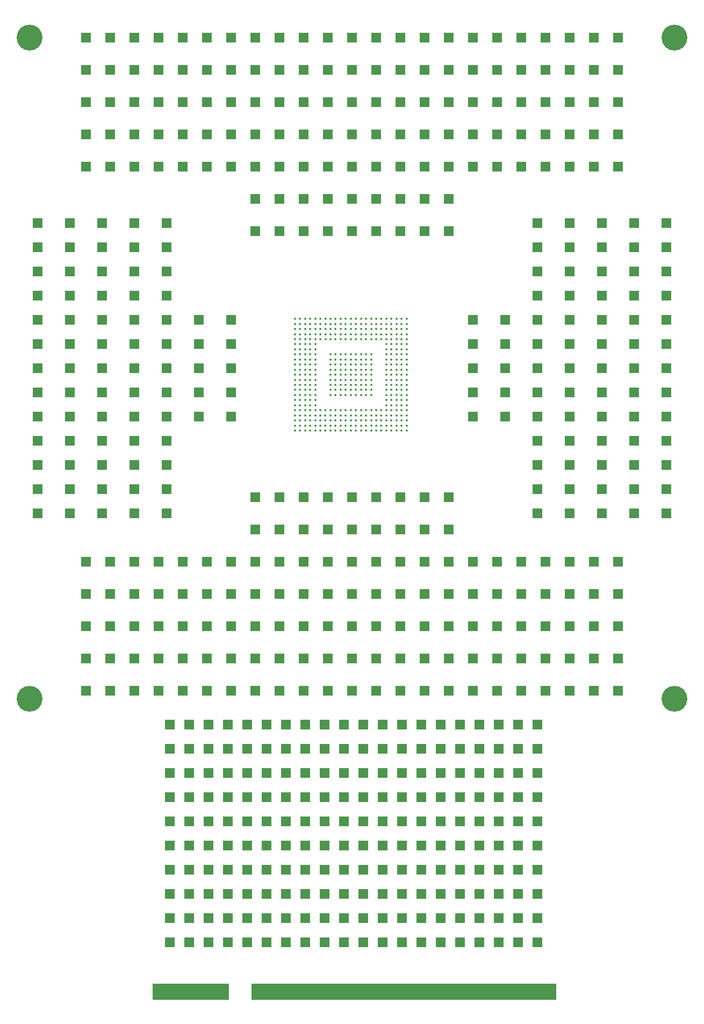
<source format=gts>
G04 (created by PCBNEW (2012-oct-18)-testing) date Mon 18 Feb 2013 10:37:03 UTC*
%MOIN*%
G04 Gerber Fmt 3.4, Leading zero omitted, Abs format*
%FSLAX34Y34*%
G01*
G70*
G90*
G04 APERTURE LIST*
%ADD10C,0.006*%
%ADD11R,0.0177X0.1003*%
%ADD12R,0.06X0.06*%
%ADD13C,0.16*%
%ADD14C,0.0138*%
G04 APERTURE END LIST*
G54D10*
G54D11*
X108678Y-85367D03*
X108800Y-85367D03*
X108913Y-85367D03*
X109035Y-85367D03*
X109149Y-85367D03*
X109271Y-85367D03*
X109386Y-85367D03*
X109508Y-85367D03*
X109622Y-85367D03*
X109744Y-85367D03*
X109858Y-85367D03*
X109980Y-85367D03*
X110094Y-85367D03*
X110216Y-85367D03*
X110330Y-85367D03*
X110452Y-85367D03*
X110567Y-85367D03*
X110689Y-85367D03*
X110803Y-85367D03*
X110925Y-85367D03*
X111039Y-85367D03*
X111161Y-85367D03*
X111275Y-85367D03*
X111397Y-85367D03*
X111512Y-85367D03*
X111634Y-85367D03*
X111748Y-85367D03*
X111870Y-85367D03*
X111984Y-85367D03*
X112106Y-85367D03*
X112220Y-85367D03*
X112342Y-85367D03*
X112456Y-85367D03*
X112578Y-85367D03*
X112693Y-85367D03*
X112815Y-85367D03*
X112929Y-85367D03*
X113051Y-85367D03*
X113165Y-85367D03*
X113287Y-85367D03*
X114823Y-85367D03*
X114941Y-85367D03*
X115055Y-85367D03*
X115177Y-85367D03*
X115291Y-85367D03*
X115413Y-85367D03*
X115527Y-85367D03*
X115649Y-85367D03*
X115763Y-85367D03*
X115886Y-85367D03*
X116000Y-85367D03*
X116122Y-85367D03*
X116236Y-85367D03*
X116358Y-85367D03*
X116472Y-85367D03*
X116594Y-85367D03*
X116708Y-85367D03*
X116830Y-85367D03*
X116945Y-85367D03*
X117067Y-85367D03*
X117181Y-85367D03*
X117303Y-85367D03*
X117417Y-85367D03*
X117539Y-85367D03*
X117653Y-85367D03*
X117775Y-85367D03*
X117889Y-85367D03*
X118012Y-85367D03*
X118126Y-85367D03*
X118248Y-85367D03*
X118362Y-85367D03*
X118484Y-85367D03*
X118598Y-85367D03*
X118720Y-85367D03*
X118834Y-85367D03*
X118956Y-85367D03*
X119071Y-85367D03*
X119193Y-85367D03*
X119307Y-85367D03*
X119429Y-85367D03*
X119543Y-85367D03*
X119665Y-85367D03*
X119779Y-85367D03*
X119901Y-85367D03*
X120015Y-85367D03*
X120137Y-85367D03*
X120252Y-85367D03*
X120374Y-85367D03*
X120488Y-85367D03*
X120610Y-85367D03*
X120724Y-85367D03*
X120846Y-85367D03*
X120960Y-85367D03*
X121082Y-85367D03*
X121196Y-85367D03*
X121318Y-85367D03*
X121432Y-85367D03*
X121554Y-85367D03*
X121668Y-85367D03*
X121790Y-85367D03*
X121904Y-85367D03*
X122026Y-85367D03*
X122140Y-85367D03*
X122262Y-85367D03*
X122377Y-85367D03*
X122499Y-85367D03*
X122613Y-85367D03*
X122735Y-85367D03*
X122849Y-85367D03*
X122971Y-85367D03*
X123085Y-85367D03*
X123207Y-85367D03*
X123322Y-85367D03*
X123444Y-85367D03*
X123558Y-85367D03*
X123680Y-85367D03*
X123794Y-85367D03*
X123916Y-85367D03*
X124030Y-85367D03*
X124152Y-85367D03*
X124266Y-85367D03*
X124388Y-85367D03*
X124503Y-85367D03*
X124625Y-85367D03*
X124739Y-85367D03*
X124861Y-85367D03*
X124975Y-85367D03*
X125097Y-85367D03*
X125211Y-85367D03*
X125333Y-85367D03*
X125448Y-85367D03*
X125570Y-85367D03*
X125684Y-85367D03*
X125806Y-85367D03*
X125920Y-85367D03*
X126042Y-85367D03*
X126156Y-85367D03*
X126278Y-85367D03*
X126392Y-85367D03*
X126514Y-85367D03*
X126629Y-85367D03*
X126751Y-85367D03*
X126865Y-85367D03*
X126987Y-85367D03*
X127101Y-85367D03*
X127223Y-85367D03*
X127337Y-85367D03*
X127459Y-85367D03*
X127574Y-85367D03*
X127696Y-85367D03*
X127810Y-85367D03*
X127932Y-85367D03*
X128046Y-85367D03*
X128168Y-85367D03*
X128282Y-85367D03*
X128404Y-85367D03*
X128518Y-85367D03*
X128640Y-85367D03*
X128755Y-85367D03*
X128877Y-85367D03*
X128991Y-85367D03*
X129113Y-85367D03*
X129227Y-85367D03*
X129349Y-85367D03*
X129463Y-85367D03*
X129585Y-85367D03*
X129699Y-85367D03*
X129822Y-85367D03*
X129936Y-85367D03*
X130058Y-85367D03*
X130172Y-85367D03*
X130294Y-85367D03*
X130408Y-85367D03*
X130530Y-85367D03*
X130644Y-85367D03*
X130766Y-85367D03*
X130881Y-85367D03*
X131003Y-85367D03*
X131117Y-85367D03*
X131239Y-85367D03*
X131353Y-85367D03*
X131475Y-85367D03*
X131589Y-85367D03*
X131711Y-85367D03*
X131825Y-85367D03*
X131948Y-85367D03*
X132062Y-85367D03*
X132184Y-85367D03*
X132298Y-85367D03*
X132420Y-85367D03*
X132534Y-85367D03*
X132656Y-85367D03*
X132770Y-85367D03*
X132892Y-85367D03*
X133007Y-85367D03*
X133129Y-85367D03*
X133243Y-85367D03*
X133365Y-85367D03*
X133479Y-85367D03*
X133601Y-85367D03*
G54D12*
X109500Y-45200D03*
X109500Y-37700D03*
X109500Y-39200D03*
X109500Y-42200D03*
X109500Y-43700D03*
X109500Y-46700D03*
X107500Y-37700D03*
X107500Y-39200D03*
X107500Y-42200D03*
X107500Y-43700D03*
X107500Y-45200D03*
X107500Y-46700D03*
X101500Y-49700D03*
X101500Y-37700D03*
X101500Y-39200D03*
X101500Y-42200D03*
X101500Y-43700D03*
X101500Y-45200D03*
X101500Y-46700D03*
X137500Y-66700D03*
X137500Y-64700D03*
X137500Y-62700D03*
X137500Y-60700D03*
X137500Y-58700D03*
X136000Y-66700D03*
X136000Y-64700D03*
X136000Y-62700D03*
X136000Y-60700D03*
X105500Y-37700D03*
X105500Y-39200D03*
X105500Y-42200D03*
X105500Y-43700D03*
X105500Y-45200D03*
X105500Y-46700D03*
X103500Y-37700D03*
X103500Y-39200D03*
X103500Y-42200D03*
X103500Y-43700D03*
X103500Y-45200D03*
X103500Y-46700D03*
X136000Y-58700D03*
X115000Y-34200D03*
X122500Y-30200D03*
X121000Y-34200D03*
X121000Y-32200D03*
X121000Y-30200D03*
X119500Y-34200D03*
X119500Y-32200D03*
X119500Y-30200D03*
X118000Y-34200D03*
X118000Y-32200D03*
X118000Y-30200D03*
X116500Y-34200D03*
X116500Y-32200D03*
X116500Y-30200D03*
X122500Y-32200D03*
X115000Y-32200D03*
X115000Y-30200D03*
X113500Y-34200D03*
X113500Y-32200D03*
X113500Y-30200D03*
X112000Y-34200D03*
X112000Y-32200D03*
X112000Y-30200D03*
X110500Y-34200D03*
X110500Y-32200D03*
X110500Y-30200D03*
X109000Y-34200D03*
X109000Y-32200D03*
X128500Y-34200D03*
X136000Y-30200D03*
X134500Y-34200D03*
X134500Y-32200D03*
X134500Y-30200D03*
X133000Y-34200D03*
X133000Y-32200D03*
X133000Y-30200D03*
X131500Y-34200D03*
X131500Y-32200D03*
X131500Y-30200D03*
X130000Y-34200D03*
X130000Y-32200D03*
X130000Y-30200D03*
X109000Y-30200D03*
X128500Y-32200D03*
X128500Y-30200D03*
X127000Y-34200D03*
X127000Y-32200D03*
X127000Y-30200D03*
X125500Y-34200D03*
X125500Y-32200D03*
X125500Y-30200D03*
X124000Y-34200D03*
X124000Y-32200D03*
X124000Y-30200D03*
X122500Y-34200D03*
X125500Y-26200D03*
X110500Y-28200D03*
X109000Y-28200D03*
X107500Y-28200D03*
X106000Y-28200D03*
X104500Y-28200D03*
X137500Y-26200D03*
X136000Y-26200D03*
X134500Y-26200D03*
X133000Y-26200D03*
X131500Y-26200D03*
X130000Y-26200D03*
X127000Y-26200D03*
X128500Y-26200D03*
X112000Y-28200D03*
X124000Y-26200D03*
X122500Y-26200D03*
X121000Y-26200D03*
X119500Y-26200D03*
X116500Y-26200D03*
X118000Y-26200D03*
X115000Y-26200D03*
X113500Y-26200D03*
X112000Y-26200D03*
X110500Y-26200D03*
X109000Y-26200D03*
X106000Y-26200D03*
X107500Y-26200D03*
X131500Y-28200D03*
X107500Y-34200D03*
X107500Y-32200D03*
X107500Y-30200D03*
X106000Y-34200D03*
X106000Y-32200D03*
X106000Y-30200D03*
X104500Y-34200D03*
X104500Y-32200D03*
X104500Y-30200D03*
X137500Y-28200D03*
X136000Y-28200D03*
X134500Y-28200D03*
X133000Y-28200D03*
X136000Y-32200D03*
X130000Y-28200D03*
X128500Y-28200D03*
X127000Y-28200D03*
X125500Y-28200D03*
X124000Y-28200D03*
X122500Y-28200D03*
X121000Y-28200D03*
X119500Y-28200D03*
X118000Y-28200D03*
X116500Y-28200D03*
X115000Y-28200D03*
X113500Y-28200D03*
X122500Y-66700D03*
X127000Y-62700D03*
X127000Y-60700D03*
X127000Y-58700D03*
X125500Y-66700D03*
X125500Y-64700D03*
X125500Y-62700D03*
X125500Y-60700D03*
X125500Y-58700D03*
X124000Y-66700D03*
X124000Y-64700D03*
X124000Y-62700D03*
X124000Y-60700D03*
X124000Y-58700D03*
X127000Y-64700D03*
X122500Y-64700D03*
X122500Y-62700D03*
X122500Y-60700D03*
X122500Y-58700D03*
X121000Y-66700D03*
X121000Y-64700D03*
X121000Y-62700D03*
X121000Y-60700D03*
X121000Y-58700D03*
X119500Y-66700D03*
X119500Y-64700D03*
X119500Y-62700D03*
X119500Y-60700D03*
X131500Y-60700D03*
X134500Y-66700D03*
X134500Y-64700D03*
X134500Y-62700D03*
X134500Y-60700D03*
X134500Y-58700D03*
X133000Y-66700D03*
X133000Y-64700D03*
X133000Y-62700D03*
X133000Y-60700D03*
X133000Y-58700D03*
X131500Y-66700D03*
X131500Y-64700D03*
X131500Y-62700D03*
X119500Y-58700D03*
X131500Y-58700D03*
X130000Y-66700D03*
X130000Y-64700D03*
X130000Y-62700D03*
X130000Y-60700D03*
X130000Y-58700D03*
X128500Y-66700D03*
X128500Y-64700D03*
X128500Y-62700D03*
X128500Y-60700D03*
X128500Y-58700D03*
X127000Y-66700D03*
X106000Y-66700D03*
X110500Y-62700D03*
X110500Y-60700D03*
X110500Y-58700D03*
X109000Y-66700D03*
X109000Y-64700D03*
X109000Y-62700D03*
X109000Y-60700D03*
X109000Y-58700D03*
X107500Y-66700D03*
X107500Y-64700D03*
X107500Y-62700D03*
X107500Y-60700D03*
X107500Y-58700D03*
X110500Y-64700D03*
X106000Y-64700D03*
X106000Y-62700D03*
X106000Y-60700D03*
X106000Y-58700D03*
X104500Y-66700D03*
X104500Y-64700D03*
X104500Y-62700D03*
X104500Y-60700D03*
X104500Y-58700D03*
X137500Y-34200D03*
X137500Y-32200D03*
X137500Y-30200D03*
X136000Y-34200D03*
X115000Y-60700D03*
X118000Y-66700D03*
X118000Y-64700D03*
X118000Y-62700D03*
X118000Y-60700D03*
X118000Y-58700D03*
X116500Y-66700D03*
X116500Y-64700D03*
X116500Y-62700D03*
X116500Y-60700D03*
X116500Y-58700D03*
X115000Y-66700D03*
X115000Y-64700D03*
X115000Y-62700D03*
X104500Y-26200D03*
X115000Y-58700D03*
X113500Y-66700D03*
X113500Y-64700D03*
X113500Y-62700D03*
X113500Y-60700D03*
X113500Y-58700D03*
X112000Y-66700D03*
X112000Y-64700D03*
X112000Y-62700D03*
X112000Y-60700D03*
X112000Y-58700D03*
X110500Y-66700D03*
X134500Y-51200D03*
X132500Y-45200D03*
X132500Y-43700D03*
X132500Y-42200D03*
X132500Y-40700D03*
X132500Y-39200D03*
X132500Y-37700D03*
X134500Y-55700D03*
X136500Y-54200D03*
X134500Y-52700D03*
X132500Y-46700D03*
X134500Y-49700D03*
X134500Y-48200D03*
X134500Y-46700D03*
X134500Y-45200D03*
X134500Y-43700D03*
X134500Y-42200D03*
X134500Y-40700D03*
X134500Y-39200D03*
X134500Y-37700D03*
X127000Y-38200D03*
X125500Y-38200D03*
X125500Y-36200D03*
X127000Y-56700D03*
X127000Y-54700D03*
X130500Y-49700D03*
X130500Y-48200D03*
X130500Y-46700D03*
X130500Y-45200D03*
X130500Y-43700D03*
X136500Y-55700D03*
X127000Y-36200D03*
X132500Y-54200D03*
X132500Y-55700D03*
X134500Y-54200D03*
X132500Y-52700D03*
X132500Y-51200D03*
X132500Y-49700D03*
X132500Y-48200D03*
X140500Y-51200D03*
X138500Y-45200D03*
X138500Y-43700D03*
X138500Y-42200D03*
X138500Y-40700D03*
X138500Y-39200D03*
X138500Y-37700D03*
X140500Y-55700D03*
X101500Y-54200D03*
X140500Y-52700D03*
X138500Y-46700D03*
X140500Y-49700D03*
X140500Y-48200D03*
X140500Y-46700D03*
X140500Y-45200D03*
X140500Y-43700D03*
X140500Y-42200D03*
X140500Y-40700D03*
X140500Y-39200D03*
X140500Y-37700D03*
X136500Y-40700D03*
X138500Y-54200D03*
X136500Y-52700D03*
X136500Y-51200D03*
X136500Y-49700D03*
X136500Y-48200D03*
X136500Y-46700D03*
X136500Y-45200D03*
X136500Y-43700D03*
X136500Y-42200D03*
X128500Y-43700D03*
X136500Y-39200D03*
X136500Y-37700D03*
X138500Y-55700D03*
X140500Y-54200D03*
X138500Y-52700D03*
X138500Y-51200D03*
X138500Y-49700D03*
X138500Y-48200D03*
X109500Y-51200D03*
X107500Y-55700D03*
X109500Y-54200D03*
X107500Y-52700D03*
X107500Y-51200D03*
X107500Y-49700D03*
X107500Y-48200D03*
X107500Y-40700D03*
X109500Y-55700D03*
X109500Y-52700D03*
X105500Y-40700D03*
X109500Y-49700D03*
X109500Y-48200D03*
X109500Y-40700D03*
X115000Y-56700D03*
X115000Y-54700D03*
X111500Y-49700D03*
X111500Y-48200D03*
X111500Y-46700D03*
X111500Y-45200D03*
X103500Y-49700D03*
X103500Y-54200D03*
X101500Y-52700D03*
X101500Y-51200D03*
X101500Y-48200D03*
X101500Y-40700D03*
X103500Y-55700D03*
X105500Y-54200D03*
X103500Y-52700D03*
X103500Y-51200D03*
X111500Y-43700D03*
X103500Y-48200D03*
X103500Y-40700D03*
X105500Y-55700D03*
X107500Y-54200D03*
X105500Y-52700D03*
X105500Y-51200D03*
X105500Y-49700D03*
X105500Y-48200D03*
X124000Y-54700D03*
X121000Y-56700D03*
X121000Y-54700D03*
X121000Y-38200D03*
X121000Y-36200D03*
X122500Y-56700D03*
X122500Y-54700D03*
X122500Y-38200D03*
X122500Y-36200D03*
X124000Y-56700D03*
X119500Y-36200D03*
X124000Y-38200D03*
X124000Y-36200D03*
X125500Y-56700D03*
X125500Y-54700D03*
X128500Y-49700D03*
X128500Y-48200D03*
X128500Y-46700D03*
X128500Y-45200D03*
X116500Y-38200D03*
X115000Y-38200D03*
X115000Y-36200D03*
X116500Y-56700D03*
X116500Y-54700D03*
X113500Y-49700D03*
X113500Y-48200D03*
X113500Y-46700D03*
X113500Y-45200D03*
X113500Y-43700D03*
X101500Y-55700D03*
X116500Y-36200D03*
X118000Y-56700D03*
X118000Y-54700D03*
X118000Y-38200D03*
X118000Y-36200D03*
X119500Y-56700D03*
X119500Y-54700D03*
X119500Y-38200D03*
G54D13*
X101000Y-26200D03*
X141000Y-26200D03*
X101000Y-67200D03*
X141000Y-67200D03*
G54D12*
X125300Y-82300D03*
X124100Y-79300D03*
X124100Y-77800D03*
X124100Y-82300D03*
X124100Y-80800D03*
X125300Y-70300D03*
X125300Y-68800D03*
X125300Y-73300D03*
X125300Y-71800D03*
X125300Y-76300D03*
X125300Y-74800D03*
X125300Y-79300D03*
X125300Y-77800D03*
X124100Y-74800D03*
X125300Y-80800D03*
X126500Y-70300D03*
X126500Y-68800D03*
X126500Y-73300D03*
X126500Y-71800D03*
X126500Y-76300D03*
X126500Y-74800D03*
X126500Y-79300D03*
X126500Y-77800D03*
X126500Y-82300D03*
X126500Y-80800D03*
X122900Y-71800D03*
X121700Y-68800D03*
X121700Y-73300D03*
X121700Y-71800D03*
X121700Y-76300D03*
X121700Y-74800D03*
X121700Y-79300D03*
X121700Y-77800D03*
X121700Y-82300D03*
X121700Y-80800D03*
X122900Y-70300D03*
X122900Y-68800D03*
X122900Y-73300D03*
X127700Y-70300D03*
X122900Y-76300D03*
X122900Y-74800D03*
X122900Y-79300D03*
X122900Y-77800D03*
X122900Y-82300D03*
X122900Y-80800D03*
X124100Y-70300D03*
X124100Y-68800D03*
X124100Y-73300D03*
X124100Y-71800D03*
X124100Y-76300D03*
X131300Y-82300D03*
X130100Y-79300D03*
X130100Y-77800D03*
X130100Y-82300D03*
X130100Y-80800D03*
X131300Y-70300D03*
X131300Y-68800D03*
X131300Y-73300D03*
X131300Y-71800D03*
X131300Y-76300D03*
X131300Y-74800D03*
X131300Y-79300D03*
X131300Y-77800D03*
X130100Y-74800D03*
X131300Y-80800D03*
X132500Y-70300D03*
X132500Y-68800D03*
X132500Y-73300D03*
X132500Y-71800D03*
X132500Y-76300D03*
X132500Y-74800D03*
X132500Y-79300D03*
X132500Y-77800D03*
X132500Y-82300D03*
X132500Y-80800D03*
X128900Y-71800D03*
X127700Y-68800D03*
X127700Y-73300D03*
X127700Y-71800D03*
X127700Y-76300D03*
X127700Y-74800D03*
X127700Y-79300D03*
X127700Y-77800D03*
X127700Y-82300D03*
X127700Y-80800D03*
X128900Y-70300D03*
X128900Y-68800D03*
X128900Y-73300D03*
X121700Y-70300D03*
X128900Y-76300D03*
X128900Y-74800D03*
X128900Y-79300D03*
X128900Y-77800D03*
X128900Y-82300D03*
X128900Y-80800D03*
X130100Y-70300D03*
X130100Y-68800D03*
X130100Y-73300D03*
X130100Y-71800D03*
X130100Y-76300D03*
X113300Y-82300D03*
X112100Y-79300D03*
X112100Y-77800D03*
X112100Y-82300D03*
X112100Y-80800D03*
X113300Y-70300D03*
X113300Y-68800D03*
X113300Y-73300D03*
X113300Y-71800D03*
X113300Y-76300D03*
X113300Y-74800D03*
X113300Y-79300D03*
X113300Y-77800D03*
X112100Y-74800D03*
X113300Y-80800D03*
X114500Y-70300D03*
X114500Y-68800D03*
X114500Y-73300D03*
X114500Y-71800D03*
X114500Y-76300D03*
X114500Y-74800D03*
X114500Y-79300D03*
X114500Y-77800D03*
X114500Y-82300D03*
X114500Y-80800D03*
X110900Y-71800D03*
X109700Y-68800D03*
X109700Y-73300D03*
X109700Y-71800D03*
X109700Y-76300D03*
X109700Y-74800D03*
X109700Y-79300D03*
X109700Y-77800D03*
X109700Y-82300D03*
X109700Y-80800D03*
X110900Y-70300D03*
X110900Y-68800D03*
X110900Y-73300D03*
X115700Y-70300D03*
X110900Y-76300D03*
X110900Y-74800D03*
X110900Y-79300D03*
X110900Y-77800D03*
X110900Y-82300D03*
X110900Y-80800D03*
X112100Y-70300D03*
X112100Y-68800D03*
X112100Y-73300D03*
X112100Y-71800D03*
X112100Y-76300D03*
X119300Y-82300D03*
X118100Y-79300D03*
X118100Y-77800D03*
X118100Y-82300D03*
X118100Y-80800D03*
X119300Y-70300D03*
X119300Y-68800D03*
X119300Y-73300D03*
X119300Y-71800D03*
X119300Y-76300D03*
X119300Y-74800D03*
X119300Y-79300D03*
X119300Y-77800D03*
X118100Y-74800D03*
X119300Y-80800D03*
X120500Y-70300D03*
X120500Y-68800D03*
X120500Y-73300D03*
X120500Y-71800D03*
X120500Y-76300D03*
X120500Y-74800D03*
X120500Y-79300D03*
X120500Y-77800D03*
X120500Y-82300D03*
X120500Y-80800D03*
X116900Y-71800D03*
X115700Y-68800D03*
X115700Y-73300D03*
X115700Y-71800D03*
X115700Y-76300D03*
X115700Y-74800D03*
X115700Y-79300D03*
X115700Y-77800D03*
X115700Y-82300D03*
X115700Y-80800D03*
X116900Y-70300D03*
X116900Y-68800D03*
X116900Y-73300D03*
X109700Y-70300D03*
X116900Y-76300D03*
X116900Y-74800D03*
X116900Y-79300D03*
X116900Y-77800D03*
X116900Y-82300D03*
X116900Y-80800D03*
X118100Y-70300D03*
X118100Y-68800D03*
X118100Y-73300D03*
X118100Y-71800D03*
X118100Y-76300D03*
G54D14*
X119973Y-48376D03*
X119973Y-48061D03*
X119658Y-48376D03*
X119658Y-48061D03*
X121547Y-44912D03*
X120289Y-44912D03*
X119974Y-44912D03*
X119659Y-44912D03*
X119344Y-44912D03*
X119029Y-44912D03*
X118714Y-44912D03*
X118399Y-44912D03*
X118085Y-44912D03*
X117769Y-44912D03*
X117454Y-44912D03*
X120604Y-44912D03*
X120919Y-44912D03*
X121234Y-44912D03*
X122809Y-44912D03*
X122494Y-44912D03*
X122179Y-44912D03*
X121864Y-44912D03*
X123122Y-44912D03*
X124381Y-44912D03*
X123438Y-44912D03*
X123753Y-44912D03*
X124068Y-44912D03*
X124068Y-44598D03*
X123753Y-44598D03*
X123438Y-44598D03*
X124068Y-44284D03*
X123753Y-44284D03*
X123438Y-44284D03*
X124068Y-43969D03*
X123753Y-43969D03*
X123438Y-43969D03*
X124068Y-43653D03*
X123753Y-43653D03*
X123438Y-43653D03*
X124381Y-43653D03*
X124381Y-43968D03*
X124381Y-44283D03*
X124381Y-44598D03*
X123122Y-44598D03*
X123122Y-44283D03*
X123122Y-43968D03*
X123122Y-43653D03*
X121864Y-43653D03*
X122179Y-43653D03*
X122494Y-43653D03*
X122809Y-43653D03*
X122809Y-44598D03*
X122494Y-44598D03*
X122179Y-44598D03*
X122809Y-44284D03*
X122494Y-44284D03*
X122179Y-44284D03*
X122809Y-43969D03*
X122494Y-43969D03*
X122179Y-43969D03*
X121864Y-43969D03*
X121864Y-44284D03*
X121864Y-44598D03*
X121234Y-44598D03*
X120919Y-44598D03*
X120604Y-44598D03*
X121234Y-44284D03*
X120919Y-44284D03*
X120604Y-44284D03*
X121234Y-43969D03*
X120919Y-43969D03*
X120604Y-43969D03*
X121234Y-43653D03*
X120919Y-43653D03*
X120604Y-43653D03*
X117454Y-43653D03*
X117769Y-43653D03*
X118085Y-43653D03*
X118399Y-43653D03*
X118714Y-43653D03*
X119029Y-43653D03*
X119344Y-43653D03*
X119659Y-43653D03*
X119974Y-43653D03*
X120289Y-43653D03*
X117453Y-43969D03*
X117768Y-43969D03*
X118083Y-43969D03*
X118398Y-43969D03*
X118713Y-43969D03*
X119029Y-43969D03*
X119344Y-43969D03*
X119659Y-43969D03*
X119974Y-43969D03*
X120289Y-43969D03*
X117453Y-44284D03*
X117453Y-44598D03*
X117768Y-44284D03*
X118083Y-44284D03*
X118398Y-44284D03*
X118713Y-44284D03*
X119029Y-44284D03*
X119344Y-44284D03*
X119659Y-44284D03*
X119974Y-44284D03*
X120289Y-44284D03*
X117768Y-44598D03*
X118083Y-44598D03*
X118398Y-44598D03*
X118713Y-44598D03*
X119029Y-44598D03*
X119344Y-44598D03*
X119659Y-44598D03*
X119974Y-44598D03*
X120289Y-44598D03*
X121547Y-43653D03*
X121547Y-43968D03*
X121547Y-44283D03*
X121547Y-44598D03*
X121547Y-46172D03*
X121547Y-45857D03*
X119974Y-46172D03*
X119659Y-46172D03*
X118713Y-46172D03*
X118398Y-46172D03*
X118083Y-46172D03*
X117768Y-46172D03*
X119974Y-45858D03*
X119659Y-45858D03*
X118713Y-45858D03*
X118398Y-45858D03*
X118083Y-45858D03*
X117768Y-45858D03*
X117453Y-46172D03*
X117453Y-45858D03*
X118713Y-45543D03*
X118398Y-45543D03*
X118083Y-45543D03*
X117768Y-45543D03*
X117453Y-45543D03*
X118714Y-45227D03*
X118399Y-45227D03*
X118085Y-45227D03*
X117769Y-45227D03*
X117454Y-45227D03*
X121234Y-46172D03*
X120919Y-46172D03*
X120604Y-46172D03*
X121234Y-45858D03*
X120919Y-45858D03*
X120604Y-45858D03*
X120289Y-45858D03*
X120289Y-46172D03*
X122179Y-46172D03*
X122179Y-45858D03*
X121864Y-45858D03*
X121864Y-46172D03*
X123122Y-45227D03*
X123122Y-45542D03*
X123122Y-45857D03*
X123122Y-46172D03*
X124381Y-46172D03*
X124381Y-45857D03*
X124381Y-45542D03*
X124381Y-45227D03*
X123438Y-45227D03*
X123753Y-45227D03*
X124068Y-45227D03*
X124068Y-46172D03*
X123753Y-46172D03*
X123438Y-46172D03*
X124068Y-45858D03*
X123753Y-45858D03*
X123438Y-45858D03*
X124068Y-45543D03*
X123753Y-45543D03*
X123438Y-45543D03*
X124066Y-49322D03*
X123751Y-49322D03*
X123436Y-49322D03*
X123436Y-49006D03*
X124066Y-49006D03*
X123751Y-49006D03*
X124066Y-48690D03*
X123751Y-48690D03*
X123436Y-48690D03*
X124066Y-48376D03*
X123751Y-48376D03*
X123436Y-48376D03*
X124066Y-48061D03*
X123751Y-48061D03*
X123436Y-48061D03*
X124067Y-47747D03*
X123752Y-47747D03*
X123437Y-47747D03*
X124068Y-47431D03*
X123753Y-47431D03*
X123438Y-47431D03*
X124068Y-47117D03*
X123753Y-47117D03*
X123438Y-47117D03*
X124068Y-46802D03*
X123753Y-46802D03*
X123438Y-46802D03*
X124068Y-46486D03*
X123753Y-46486D03*
X123438Y-46486D03*
X123437Y-50266D03*
X123752Y-50266D03*
X124067Y-50266D03*
X123437Y-49951D03*
X123752Y-49951D03*
X124067Y-49951D03*
X123437Y-49636D03*
X123752Y-49636D03*
X124067Y-49636D03*
X124381Y-46486D03*
X124381Y-46801D03*
X124381Y-47116D03*
X124381Y-47431D03*
X124381Y-47746D03*
X124381Y-48061D03*
X124381Y-48376D03*
X124381Y-48690D03*
X124381Y-49005D03*
X124381Y-49320D03*
X124381Y-49635D03*
X124381Y-49950D03*
X124381Y-50265D03*
X124381Y-50580D03*
X123436Y-50580D03*
X123751Y-50580D03*
X124066Y-50580D03*
X123122Y-50580D03*
X123122Y-50265D03*
X123122Y-49950D03*
X123122Y-49635D03*
X123122Y-49320D03*
X123122Y-49005D03*
X123122Y-48690D03*
X123122Y-48376D03*
X123122Y-48061D03*
X123122Y-47746D03*
X123122Y-47431D03*
X123122Y-47116D03*
X123122Y-46801D03*
X123122Y-46486D03*
X121864Y-46486D03*
X122179Y-46486D03*
X122807Y-49322D03*
X122492Y-49322D03*
X122177Y-49322D03*
X122177Y-48376D03*
X122177Y-48061D03*
X122178Y-47747D03*
X122179Y-47431D03*
X122179Y-47117D03*
X122179Y-46802D03*
X121864Y-46802D03*
X121864Y-47117D03*
X121864Y-47431D03*
X121863Y-47747D03*
X121862Y-48061D03*
X121862Y-48376D03*
X121862Y-49322D03*
X121863Y-50266D03*
X122178Y-50266D03*
X122493Y-50266D03*
X122808Y-50266D03*
X121863Y-49951D03*
X122178Y-49951D03*
X122493Y-49951D03*
X122808Y-49951D03*
X121863Y-49636D03*
X122178Y-49636D03*
X122493Y-49636D03*
X122808Y-49636D03*
X121862Y-50580D03*
X122177Y-50580D03*
X122492Y-50580D03*
X122807Y-50580D03*
X117454Y-50267D03*
X117454Y-49951D03*
X117454Y-49635D03*
X121232Y-49322D03*
X120917Y-49322D03*
X120602Y-49322D03*
X121232Y-48376D03*
X120917Y-48376D03*
X120602Y-48376D03*
X121232Y-48061D03*
X120917Y-48061D03*
X120602Y-48061D03*
X121233Y-47747D03*
X120918Y-47747D03*
X120603Y-47747D03*
X121234Y-47431D03*
X120919Y-47431D03*
X120604Y-47431D03*
X121234Y-47117D03*
X120919Y-47117D03*
X120604Y-47117D03*
X121234Y-46802D03*
X120919Y-46802D03*
X120604Y-46802D03*
X121234Y-46486D03*
X120919Y-46486D03*
X120604Y-46486D03*
X117454Y-46486D03*
X117769Y-46486D03*
X118085Y-46486D03*
X118399Y-46486D03*
X118714Y-46486D03*
X119659Y-46486D03*
X119974Y-46486D03*
X120289Y-46486D03*
X117453Y-46802D03*
X117768Y-46802D03*
X118083Y-46802D03*
X118398Y-46802D03*
X118713Y-46802D03*
X119659Y-46802D03*
X119974Y-46802D03*
X120289Y-46802D03*
X117453Y-47117D03*
X117453Y-47431D03*
X117454Y-47747D03*
X117454Y-48061D03*
X117454Y-48376D03*
X117454Y-48690D03*
X117454Y-49006D03*
X117454Y-49322D03*
X117768Y-47117D03*
X118083Y-47117D03*
X118398Y-47117D03*
X118713Y-47117D03*
X119659Y-47117D03*
X119974Y-47117D03*
X120289Y-47117D03*
X117768Y-47431D03*
X118083Y-47431D03*
X118398Y-47431D03*
X118713Y-47431D03*
X119659Y-47431D03*
X119974Y-47431D03*
X120289Y-47431D03*
X117769Y-47747D03*
X118084Y-47747D03*
X118399Y-47747D03*
X120288Y-47747D03*
X117769Y-48061D03*
X118084Y-48061D03*
X118398Y-48061D03*
X120287Y-48061D03*
X117769Y-48376D03*
X118084Y-48376D03*
X118398Y-48376D03*
X120287Y-48376D03*
X117769Y-48690D03*
X118084Y-48690D03*
X118398Y-48690D03*
X117769Y-49006D03*
X118084Y-49006D03*
X118398Y-49006D03*
X117769Y-49322D03*
X118084Y-49322D03*
X118398Y-49322D03*
X118713Y-49322D03*
X119028Y-49322D03*
X119343Y-49322D03*
X119657Y-49322D03*
X119972Y-49322D03*
X120287Y-49322D03*
X117768Y-50266D03*
X118083Y-50266D03*
X118398Y-50266D03*
X118713Y-50266D03*
X119028Y-50266D03*
X119343Y-50266D03*
X119658Y-50266D03*
X119973Y-50266D03*
X120288Y-50266D03*
X120603Y-50266D03*
X120918Y-50266D03*
X121233Y-50266D03*
X117768Y-49951D03*
X118083Y-49951D03*
X118398Y-49951D03*
X118713Y-49951D03*
X119028Y-49951D03*
X119343Y-49951D03*
X119658Y-49951D03*
X119973Y-49951D03*
X120288Y-49951D03*
X120603Y-49951D03*
X120918Y-49951D03*
X121233Y-49951D03*
X117768Y-49636D03*
X118083Y-49636D03*
X118398Y-49636D03*
X118713Y-49636D03*
X119028Y-49636D03*
X119343Y-49636D03*
X119658Y-49636D03*
X119973Y-49636D03*
X120288Y-49636D03*
X120603Y-49636D03*
X120918Y-49636D03*
X121233Y-49636D03*
X121547Y-46486D03*
X121547Y-46801D03*
X121547Y-47116D03*
X121547Y-47431D03*
X121547Y-47746D03*
X121547Y-48061D03*
X121547Y-48376D03*
X121547Y-49320D03*
X121547Y-49635D03*
X121547Y-49950D03*
X121547Y-50265D03*
X121547Y-50580D03*
X117453Y-50580D03*
X117768Y-50580D03*
X118083Y-50580D03*
X118398Y-50580D03*
X118713Y-50580D03*
X119028Y-50580D03*
X119343Y-50580D03*
X119657Y-50580D03*
X119972Y-50580D03*
X120287Y-50580D03*
X120602Y-50580D03*
X120917Y-50580D03*
X121232Y-50580D03*
X118713Y-47746D03*
X119657Y-47746D03*
X119972Y-47746D03*
X118713Y-48061D03*
X118713Y-48376D03*
X118713Y-48690D03*
X118713Y-49005D03*
M02*

</source>
